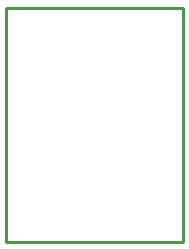
<source format=gbo>
G04 Layer: BottomSilkscreenLayer*
G04 EasyEDA v6.5.9, 2022-08-16 23:28:22*
G04 f5b14a09dd684442802db1c3ffc6393c,10*
G04 Gerber Generator version 0.2*
G04 Scale: 100 percent, Rotated: No, Reflected: No *
G04 Dimensions in millimeters *
G04 leading zeros omitted , absolute positions ,4 integer and 5 decimal *
%FSLAX45Y45*%
%MOMM*%

%ADD10C,0.2540*%

%LPD*%
D10*
X11010900Y495300D02*
G01*
X9512300Y495300D01*
X9512300Y2476500D01*
X11010900Y2476500D01*
X11010900Y495300D01*
M02*

</source>
